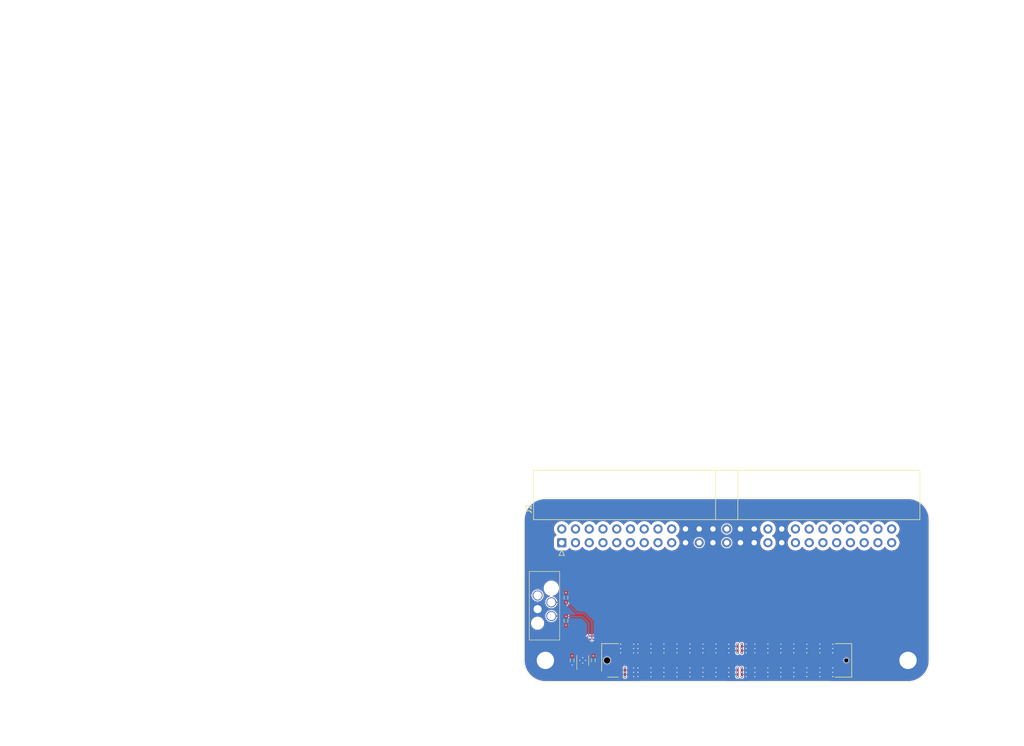
<source format=kicad_pcb>
(kicad_pcb (version 20240108) (generator "pcbnew") (generator_version "8.0")
  (title_block (title "Squishy - SCSI LVD/MSE/SE IDC 50 Connector Module") (date "2024-09-17") (rev "1") (company "Shrine Maiden Heavy Industries") (comment 1 "License: CERN-OHL-S") (comment 2 "© 2024 Aki 'lethalbit' Van Ness, et. al.") (comment 3 "No warranty expressed or implied") (comment 4 "Squishy - SCSI Multitool"))
  (layers (0 "F.Cu" signal) (1 "In1.Cu" signal) (2 "In2.Cu" signal) (3 "In3.Cu" signal) (4 "In4.Cu" signal) (31 "B.Cu" signal) (34 "B.Paste" user) (35 "F.Paste" user) (36 "B.SilkS" user "B.Silkscreen") (37 "F.SilkS" user "F.Silkscreen") (38 "B.Mask" user) (39 "F.Mask" user) (44 "Edge.Cuts" user))
  (net 0 "")
  (net 1 "GND")
  (net 4 "/PHY.ID_SCL")
  (net 5 "+3V3")
  (net 6 "/PHY.ID_SDA")
  (net 7 "/CON.DP14+")
  (net 8 "/CON.C{slash}D+")
  (net 9 "/CON.DB10-")
  (net 10 "/CON.DB4-")
  (net 11 "/CON.ACK+")
  (net 12 "/CON.TERMPWR")
  (net 13 "/CON.DP1+")
  (net 14 "/CON.BSY-")
  (net 15 "/CON.RST-")
  (net 16 "/CON.DB2-")
  (net 17 "/CON.BSY+")
  (net 18 "/CON.DB5+")
  (net 19 "/CON.ATN-")
  (net 20 "/CON.DP0+")
  (net 21 "/CON.SEL+")
  (net 22 "/CON.ATN+")
  (net 23 "/CON.DB9-")
  (net 24 "/CON.SEL-")
  (net 25 "/CON.DB9+")
  (net 26 "/CON.DB0-")
  (net 27 "/CON.DB11+")
  (net 28 "/CON.DB7+")
  (net 29 "/CON.DP1-")
  (net 30 "/CON.DB5-")
  (net 31 "/CON.REQ-")
  (net 32 "/CON.DB1-")
  (net 33 "/CON.DB13+")
  (net 34 "/CON.REQ+")
  (net 35 "/CON.DB3-")
  (net 36 "/CON.DB8+")
  (net 37 "/CON.DB13-")
  (net 38 "/CON.DB15-")
  (net 39 "/CON.MSG+")
  (net 40 "/CON.DB11-")
  (net 41 "/CON.DP12+")
  (net 42 "/CON.DB3+")
  (net 43 "/CON.ACK-")
  (net 44 "/CON.DIFFSENSE")
  (net 45 "/CON.I{slash}O+")
  (net 46 "/CON.I{slash}O-")
  (net 47 "/CON.DB4+")
  (net 48 "/CON.DB15+")
  (net 49 "/CON.DB6-")
  (net 50 "/CON.DP14-")
  (net 51 "/CON.RST+")
  (net 52 "/CON.DB8-")
  (net 53 "/CON.DB10+")
  (net 54 "/CON.MSG-")
  (net 55 "/CON.DB6+")
  (net 56 "/CON.C{slash}D-")
  (net 57 "/CON.DB7-")
  (net 58 "/CON.DP12-")
  (net 59 "/CON.DB1+")
  (net 60 "/CON.DP0-")
  (net 61 "/CON.DB2+")
  (net 62 "/CON.DB0+")
  (net 63 "Net-(U1-E0)")
  (footprint "lethalbit-connectors:1014457-10x80xLF" (layer "F.Cu") (at 147.5 136 180)
    (property "Reference" "J1" (hide yes))
    (property "Value" "SCSI PHY Mezz")
    (fp_line (start 23.100001 3.1) (end 23.1 -2) (stroke (width 0.12)) (layer "F.SilkS"))
    (fp_line (start 23.100001 3.1) (end 20.000001 3.1) (stroke (width 0.12)) (layer "F.SilkS"))
    (fp_line (start 22 -3.1) (end 20.000001 -3.1) (stroke (width 0.12)) (layer "F.SilkS"))
    (fp_line (start -20.000001 3.1) (end -23.100001 3.1) (stroke (width 0.12)) (layer "F.SilkS"))
    (fp_line (start -20.000001 -3.1) (end -23.100001 -3.1) (stroke (width 0.12)) (layer "F.SilkS"))
    (fp_line (start -23.100001 3.1) (end -23.100001 -3.1) (stroke (width 0.12)) (layer "F.SilkS"))
    (pad "" np_thru_hole circle (at -22.1 0 180) (size 0.8 0.8) (drill 0.8) (layers "*.Mask"))
    (pad "" np_thru_hole circle (at 22.1 0 180) (size 1.2 1.2) (drill 1.2) (layers "*.Mask"))
    (pad "1" smd roundrect (at 19.6 -2.2 180) (size 0.4 2) (layers "F.Cu" "F.Paste" "F.Mask") (net 1 "GND"))
    (pad "2" smd roundrect (at 19.6 2.2 180) (size 0.4 2) (layers "F.Cu" "F.Paste" "F.Mask") (net 1 "GND"))
    (pad "3" smd roundrect (at 18.8 -2.199999 180) (size 0.4 2) (layers "F.Cu" "F.Paste" "F.Mask") (net 5 "+3V3"))
    (pad "4" smd roundrect (at 18.8 2.199999 180) (size 0.4 2) (layers "F.Cu" "F.Paste" "F.Mask") (net 6 "/PHY.ID_SDA"))
    (pad "5" smd roundrect (at 18 -2.2 180) (size 0.4 2) (layers "F.Cu" "F.Paste" "F.Mask"))
    (pad "6" smd roundrect (at 18 2.2 180) (size 0.4 2) (layers "F.Cu" "F.Paste" "F.Mask") (net 4 "/PHY.ID_SCL"))
    (pad "7" smd roundrect (at 17.200001 -2.2 180) (size 0.4 2) (layers "F.Cu" "F.Paste" "F.Mask") (net 1 "GND"))
    (pad "8" smd roundrect (at 17.200001 2.2 180) (size 0.4 2) (layers "F.Cu" "F.Paste" "F.Mask") (net 1 "GND"))
    (pad "9" smd roundrect (at 16.4 -2.2 180) (size 0.4 2) (layers "F.Cu" "F.Paste" "F.Mask") (net 1 "GND"))
    (pad "10" smd roundrect (at 16.4 2.2 180) (size 0.4 2) (layers "F.Cu" "F.Paste" "F.Mask") (net 1 "GND"))
    (pad "11" smd roundrect (at 15.6 -2.2 180) (size 0.4 2) (layers "F.Cu" "F.Paste" "F.Mask") (net 41 "/CON.DP12+"))
    (pad "12" smd roundrect (at 15.6 2.2 180) (size 0.4 2) (layers "F.Cu" "F.Paste" "F.Mask") (net 58 "/CON.DP12-"))
    (pad "13" smd roundrect (at 14.799999 -2.2 180) (size 0.4 2) (layers "F.Cu" "F.Paste" "F.Mask") (net 33 "/CON.DB13+"))
    (pad "14" smd roundrect (at 14.799999 2.2 180) (size 0.4 2) (layers "F.Cu" "F.Paste" "F.Mask") (net 37 "/CON.DB13-"))
    (pad "15" smd roundrect (at 14 -2.2 180) (size 0.4 2) (layers "F.Cu" "F.Paste" "F.Mask") (net 1 "GND"))
    (pad "16" smd roundrect (at 14 2.2 180) (size 0.4 2) (layers "F.Cu" "F.Paste" "F.Mask") (net 1 "GND"))
    (pad "17" smd roundrect (at 13.2 -2.199999 180) (size 0.4 2) (layers "F.Cu" "F.Paste" "F.Mask") (net 7 "/CON.DP14+"))
    (pad "18" smd roundrect (at 13.2 2.199999 180) (size 0.4 2) (layers "F.Cu" "F.Paste" "F.Mask") (net 50 "/CON.DP14-"))
    (pad "19" smd roundrect (at 12.4 -2.2 180) (size 0.4 2) (layers "F.Cu" "F.Paste" "F.Mask") (net 48 "/CON.DB15+"))
    (pad "20" smd roundrect (at 12.4 2.2 180) (size 0.4 2) (layers "F.Cu" "F.Paste" "F.Mask") (net 38 "/CON.DB15-"))
    (pad "21" smd roundrect (at 11.6 -2.2 180) (size 0.4 2) (layers "F.Cu" "F.Paste" "F.Mask") (net 1 "GND"))
    (pad "22" smd roundrect (at 11.6 2.2 180) (size 0.4 2) (layers "F.Cu" "F.Paste" "F.Mask") (net 1 "GND"))
    (pad "23" smd roundrect (at 10.8 -2.2 180) (size 0.4 2) (layers "F.Cu" "F.Paste" "F.Mask") (net 13 "/CON.DP1+"))
    (pad "24" smd roundrect (at 10.8 2.2 180) (size 0.4 2) (layers "F.Cu" "F.Paste" "F.Mask") (net 29 "/CON.DP1-"))
    (pad "25" smd roundrect (at 10 -2.2 180) (size 0.4 2) (layers "F.Cu" "F.Paste" "F.Mask") (net 62 "/CON.DB0+"))
    (pad "26" smd roundrect (at 10 2.2 180) (size 0.4 2) (layers "F.Cu" "F.Paste" "F.Mask") (net 26 "/CON.DB0-"))
    (pad "27" smd roundrect (at 9.199999 -2.2 180) (size 0.4 2) (layers "F.Cu" "F.Paste" "F.Mask") (net 1 "GND"))
    (pad "28" smd roundrect (at 9.199999 2.2 180) (size 0.4 2) (layers "F.Cu" "F.Paste" "F.Mask") (net 1 "GND"))
    (pad "29" smd roundrect (at 8.4 -2.2 180) (size 0.4 2) (layers "F.Cu" "F.Paste" "F.Mask") (net 59 "/CON.DB1+"))
    (pad "30" smd roundrect (at 8.4 2.2 180) (size 0.4 2) (layers "F.Cu" "F.Paste" "F.Mask") (net 32 "/CON.DB1-"))
    (pad "31" smd roundrect (at 7.6 -2.199999 180) (size 0.4 2) (layers "F.Cu" "F.Paste" "F.Mask") (net 61 "/CON.DB2+"))
    (pad "32" smd roundrect (at 7.6 2.199999 180) (size 0.4 2) (layers "F.Cu" "F.Paste" "F.Mask") (net 16 "/CON.DB2-"))
    (pad "33" smd roundrect (at 6.8 -2.2 180) (size 0.4 2) (layers "F.Cu" "F.Paste" "F.Mask") (net 1 "GND"))
    (pad "34" smd roundrect (at 6.8 2.2 180) (size 0.4 2) (layers "F.Cu" "F.Paste" "F.Mask") (net 1 "GND"))
    (pad "35" smd roundrect (at 6 -2.2 180) (size 0.4 2) (layers "F.Cu" "F.Paste" "F.Mask") (net 42 "/CON.DB3+"))
    (pad "36" smd roundrect (at 6 2.2 180) (size 0.4 2) (layers "F.Cu" "F.Paste" "F.Mask") (net 35 "/CON.DB3-"))
    (pad "37" smd roundrect (at 5.2 -2.2 180) (size 0.4 2) (layers "F.Cu" "F.Paste" "F.Mask") (net 47 "/CON.DB4+"))
    (pad "38" smd roundrect (at 5.2 2.2 180) (size 0.4 2) (layers "F.Cu" "F.Paste" "F.Mask") (net 10 "/CON.DB4-"))
    (pad "39" smd roundrect (at 4.4 -2.2 180) (size 0.4 2) (layers "F.Cu" "F.Paste" "F.Mask") (net 1 "GND"))
    (pad "40" smd roundrect (at 4.4 2.2 180) (size 0.4 2) (layers "F.Cu" "F.Paste" "F.Mask") (net 1 "GND"))
    (pad "41" smd roundrect (at 3.599999 -2.2 180) (size 0.4 2) (layers "F.Cu" "F.Paste" "F.Mask") (net 18 "/CON.DB5+"))
    (pad "42" smd roundrect (at 3.599999 2.2 180) (size 0.4 2) (layers "F.Cu" "F.Paste" "F.Mask") (net 30 "/CON.DB5-"))
    (pad "43" smd roundrect (at 2.8 -2.2 180) (size 0.4 2) (layers "F.Cu" "F.Paste" "F.Mask") (net 55 "/CON.DB6+"))
    (pad "44" smd roundrect (at 2.8 2.2 180) (size 0.4 2) (layers "F.Cu" "F.Paste" "F.Mask") (net 49 "/CON.DB6-"))
    (pad "45" smd roundrect (at 2 -2.199999 180) (size 0.4 2) (layers "F.Cu" "F.Paste" "F.Mask") (net 1 "GND"))
    (pad "46" smd roundrect (at 2 2.199999 180) (size 0.4 2) (layers "F.Cu" "F.Paste" "F.Mask") (net 1 "GND"))
    (pad "47" smd roundrect (at 1.2 -2.2 180) (size 0.4 2) (layers "F.Cu" "F.Paste" "F.Mask") (net 28 "/CON.DB7+"))
    (pad "48" smd roundrect (at 1.2 2.2 180) (size 0.4 2) (layers "F.Cu" "F.Paste" "F.Mask") (net 57 "/CON.DB7-"))
    (pad "49" smd roundrect (at 0.4 -2.2 180) (size 0.4 2) (layers "F.Cu" "F.Paste" "F.Mask") (net 20 "/CON.DP0+"))
    (pad "50" smd roundrect (at 0.4 2.2 180) (size 0.4 2) (layers "F.Cu" "F.Paste" "F.Mask") (net 60 "/CON.DP0-"))
    (pad "51" smd roundrect (at -0.4 -2.2 180) (size 0.4 2) (layers "F.Cu" "F.Paste" "F.Mask") (net 1 "GND"))
    (pad "52" smd roundrect (at -0.4 2.2 180) (size 0.4 2) (layers "F.Cu" "F.Paste" "F.Mask") (net 1 "GND"))
    (pad "53" smd roundrect (at -1.2 -2.2 180) (size 0.4 2) (layers "F.Cu" "F.Paste" "F.Mask") (net 44 "/CON.DIFFSENSE"))
    (pad "54" smd roundrect (at -1.2 2.2 180) (size 0.4 2) (layers "F.Cu" "F.Paste" "F.Mask"))
    (pad "55" smd roundrect (at -2 -2.199999 180) (size 0.4 2) (layers "F.Cu" "F.Paste" "F.Mask") (net 12 "/CON.TERMPWR"))
    (pad "56" smd roundrect (at -2 2.199999 180) (size 0.4 2) (layers "F.Cu" "F.Paste" "F.Mask") (net 12 "/CON.TERMPWR"))
    (pad "57" smd roundrect (at -2.8 -2.2 180) (size 0.4 2) (layers "F.Cu" "F.Paste" "F.Mask") (net 12 "/CON.TERMPWR"))
    (pad "58" smd roundrect (at -2.8 2.2 180) (size 0.4 2) (layers "F.Cu" "F.Paste" "F.Mask") (net 12 "/CON.TERMPWR"))
    (pad "59" smd roundrect (at -3.599999 -2.2 180) (size 0.4 2) (layers "F.Cu" "F.Paste" "F.Mask") (net 1 "GND"))
    (pad "60" smd roundrect (at -3.599999 2.2 180) (size 0.4 2) (layers "F.Cu" "F.Paste" "F.Mask") (net 1 "GND"))
    (pad "61" smd roundrect (at -4.4 -2.2 180) (size 0.4 2) (layers "F.Cu" "F.Paste" "F.Mask") (net 22 "/CON.ATN+"))
    (pad "62" smd roundrect (at -4.4 2.2 180) (size 0.4 2) (layers "F.Cu" "F.Paste" "F.Mask") (net 19 "/CON.ATN-"))
    (pad "63" smd roundrect (at -5.2 -2.2 180) (size 0.4 2) (layers "F.Cu" "F.Paste" "F.Mask") (net 1 "GND"))
    (pad "64" smd roundrect (at -5.2 2.2 180) (size 0.4 2) (layers "F.Cu" "F.Paste" "F.Mask") (net 1 "GND"))
    (pad "65" smd roundrect (at -6 -2.2 180) (size 0.4 2) (layers "F.Cu" "F.Paste" "F.Mask") (net 17 "/CON.BSY+"))
    (pad "66" smd roundrect (at -6 2.2 180) (size 0.4 2) (layers "F.Cu" "F.Paste" "F.Mask") (net 14 "/CON.BSY-"))
    (pad "67" smd roundrect (at -6.8 -2.2 180) (size 0.4 2) (layers "F.Cu" "F.Paste" "F.Mask") (net 11 "/CON.ACK+"))
    (pad "68" smd roundrect (at -6.8 2.2 180) (size 0.4 2) (layers "F.Cu" "F.Paste" "F.Mask") (net 43 "/CON.ACK-"))
    (pad "69" smd roundrect (at -7.6 -2.199999 180) (size 0.4 2) (layers "F.Cu" "F.Paste" "F.Mask") (net 1 "GND"))
    (pad "70" smd roundrect (at -7.6 2.199999 180) (size 0.4 2) (layers "F.Cu" "F.Paste" "F.Mask") (net 1 "GND"))
    (pad "71" smd roundrect (at -8.4 -2.2 180) (size 0.4 2) (layers "F.Cu" "F.Paste" "F.Mask") (net 51 "/CON.RST+"))
    (pad "72" smd roundrect (at -8.4 2.2 180) (size 0.4 2) (layers "F.Cu" "F.Paste" "F.Mask") (net 15 "/CON.RST-"))
    (pad "73" smd roundrect (at -9.199999 -2.2 180) (size 0.4 2) (layers "F.Cu" "F.Paste" "F.Mask") (net 39 "/CON.MSG+"))
    (pad "74" smd roundrect (at -9.199999 2.2 180) (size 0.4 2) (layers "F.Cu" "F.Paste" "F.Mask") (net 54 "/CON.MSG-"))
    (pad "75" smd roundrect (at -10 -2.2 180) (size 0.4 2) (layers "F.Cu" "F.Paste" "F.Mask") (net 1 "GND"))
    (pad "76" smd roundrect (at -10 2.2 180) (size 0.4 2) (layers "F.Cu" "F.Paste" "F.Mask") (net 1 "GND"))
    (pad "77" smd roundrect (at -10.8 -2.2 180) (size 0.4 2) (layers "F.Cu" "F.Paste" "F.Mask") (net 21 "/CON.SEL+"))
    (pad "78" smd roundrect (at -10.8 2.2 180) (size 0.4 2) (layers "F.Cu" "F.Paste" "F.Mask") (net 24 "/CON.SEL-"))
    (pad "79" smd roundrect (at -11.6 -2.2 180) (size 0.4 2) (layers "F.Cu" "F.Paste" "F.Mask") (net 8 "/CON.C{slash}D+"))
    (pad "80" smd roundrect (at -11.6 2.2 180) (size 0.4 2) (layers "F.Cu" "F.Paste" "F.Mask") (net 56 "/CON.C{slash}D-"))
    (pad "81" smd roundrect (at -12.4 -2.2 180) (size 0.4 2) (layers "F.Cu" "F.Paste" "F.Mask") (net 1 "GND"))
    (pad "82" smd roundrect (at -12.4 2.2 180) (size 0.4 2) (layers "F.Cu" "F.Paste" "F.Mask") (net 1 "GND"))
    (pad "83" smd roundrect (at -13.2 -2.199999 180) (size 0.4 2) (layers "F.Cu" "F.Paste" "F.Mask") (net 34 "/CON.REQ+"))
    (pad "84" smd roundrect (at -13.2 2.199999 180) (size 0.4 2) (layers "F.Cu" "F.Paste" "F.Mask") (net 31 "/CON.REQ-"))
    (pad "85" smd roundrect (at -14 -2.2 180) (size 0.4 2) (layers "F.Cu" "F.Paste" "F.Mask") (net 45 "/CON.I{slash}O+"))
    (pad "86" smd roundrect (at -14 2.2 180) (size 0.4 2) (layers "F.Cu" "F.Paste" "F.Mask") (net 46 "/CON.I{slash}O-"))
    (pad "87" smd roundrect (at -14.799999 -2.2 180) (size 0.4 2) (layers "F.Cu" "F.Paste" "F.Mask") (net 1 "GND"))
    (pad "88" smd roundrect (at -14.799999 2.2 180) (size 0.4 2) (layers "F.Cu" "F.Paste" "F.Mask") (net 1 "GND"))
    (pad "89" smd roundrect (at -15.6 -2.2 180) (size 0.4 2) (layers "F.Cu" "F.Paste" "F.Mask") (net 36 "/CON.DB8+"))
    (pad "90" smd roundrect (at -15.6 2.2 180) (size 0.4 2) (layers "F.Cu" "F.Paste" "F.Mask") (net 52 "/CON.DB8-"))
    (pad "91" smd roundrect (at -16.4 -2.2 180) (size 0.4 2) (layers "F.Cu" "F.Paste" "F.Mask") (net 25 "/CON.DB9+"))
    (pad "92" smd roundrect (at -16.4 2.2 180) (size 0.4 2) (layers "F.Cu" "F.Paste" "F.Mask") (net 23 "/CON.DB9-"))
    (pad "93" smd roundrect (at -17.200001 -2.2 180) (size 0.4 2) (layers "F.Cu" "F.Paste" "F.Mask") (net 1 "GND"))
    (pad "94" smd roundrect (at -17.200001 2.2 180) (size 0.4 2) (layers "F.Cu" "F.Paste" "F.Mask") (net 1 "GND"))
    (pad "95" smd roundrect (at -18 -2.2 180) (size 0.4 2) (layers "F.Cu" "F.Paste" "F.Mask") (net 53 "/CON.DB10+"))
    (pad "96" smd roundrect (at -18 2.2 180) (size 0.4 2) (layers "F.Cu" "F.Paste" "F.Mask") (net 9 "/CON.DB10-"))
    (pad "97" smd roundrect (at -18.8 -2.199999 180) (size 0.4 2) (layers "F.Cu" "F.Paste" "F.Mask") (net 27 "/CON.DB11+"))
    (pad "98" smd roundrect (at -18.8 2.199999 180) (size 0.4 2) (layers "F.Cu" "F.Paste" "F.Mask") (net 40 "/CON.DB11-"))
    (pad "99" smd roundrect (at -19.6 -2.2 180) (size 0.4 2) (layers "F.Cu" "F.Paste" "F.Mask") (net 1 "GND"))
    (pad "100" smd roundrect (at -19.6 2.2 180) (size 0.4 2) (layers "F.Cu" "F.Paste" "F.Mask") (net 1 "GND"))
  )
  (footprint "rhais_rcl:R0603" (layer "F.Cu") (at 117.8 128.7 90)
    (property "Reference" "R3")
    (property "Value" "4k7" (hide yes))
    (fp_line (start 0.3 -0.349999) (end -0.3 -0.349999) (stroke (width 0.1)) (layer "F.SilkS"))
    (fp_line (start -0.3 0.349999) (end 0.3 0.349999) (stroke (width 0.1)) (layer "F.SilkS"))
    (pad "1" smd roundrect (at -0.85 0 90) (size 0.9 0.8) (layers "F.Cu" "F.Paste" "F.Mask") (net 5 "+3V3"))
    (pad "2" smd roundrect (at 0.85 0 90) (size 0.9 0.8) (layers "F.Cu" "F.Paste" "F.Mask") (net 4 "/PHY.ID_SCL"))
  )
  (footprint "rhais_rcl:R0603" (layer "F.Cu") (at 117.8 124.4 -90)
    (property "Reference" "R2")
    (property "Value" "4k7" (hide yes))
    (fp_line (start -0.3 0.349999) (end 0.3 0.349999) (stroke (width 0.1)) (layer "F.SilkS"))
    (fp_line (start 0.3 -0.349999) (end -0.3 -0.349999) (stroke (width 0.1)) (layer "F.SilkS"))
    (pad "1" smd roundrect (at -0.85 0 270) (size 0.9 0.8) (layers "F.Cu" "F.Paste" "F.Mask") (net 5 "+3V3"))
    (pad "2" smd roundrect (at 0.85 0 270) (size 0.9 0.8) (layers "F.Cu" "F.Paste" "F.Mask") (net 6 "/PHY.ID_SDA"))
  )
  (footprint "PCM_kikit:Tab" (layer "F.Cu") (at 185 131 180)
    (property "Reference" "REF**" (hide yes))
    (property "Value" "Tab")
  )
  (footprint "PCM_kikit:Tab" (layer "F.Cu") (at 174 140 90)
    (property "Reference" "REF**" (hide yes))
    (property "Value" "Tab")
  )
  (footprint "rhais_rcl:C0603" (layer "F.Cu") (at 118.95 136 90)
    (property "Reference" "C1")
    (property "Value" "100n" (hide yes))
    (fp_line (start -0.3 -0.349999) (end 0.3 -0.349999) (stroke (width 0.1)) (layer "F.SilkS"))
    (fp_line (start 0.3 0.349999) (end -0.3 0.349999) (stroke (width 0.1)) (layer "F.SilkS"))
    (pad "1" smd roundrect (at -0.85 0 90) (size 0.9 0.8) (layers "F.Cu" "F.Paste" "F.Mask") (net 1 "GND"))
    (pad "2" smd roundrect (at 0.85 0 90) (size 0.9 0.8) (layers "F.Cu" "F.Paste" "F.Mask") (net 5 "+3V3"))
  )
  (footprint "Connector_IDC:IDC-Header_2x25_P2.54mm_Horizontal" (layer "F.Cu") (at 117.02 114.24 90)
    (property "Reference" "J2" (at 6.215 -6.1 90) (layer "F.SilkS"))
    (property "Value" "IDC")
    (fp_line (start 13.39 -5.21) (end 13.39 66.17) (stroke (width 0.12)) (layer "F.SilkS"))
    (fp_line (start 4.27 -5.21) (end 13.39 -5.21) (stroke (width 0.12)) (layer "F.SilkS"))
    (fp_line (start -2.35 -0.499999) (end -2.35 0.499999) (stroke (width 0.12)) (layer "F.SilkS"))
    (fp_line (start -1.35 0) (end -2.35 -0.499999) (stroke (width 0.12)) (layer "F.SilkS"))
    (fp_line (start -2.35 0.499999) (end -1.35 0) (stroke (width 0.12)) (layer "F.SilkS"))
    (fp_line (start 4.27 28.43) (end 13.39 28.43) (stroke (width 0.12)) (layer "F.SilkS"))
    (fp_line (start 4.27 32.530001) (end 13.39 32.53) (stroke (width 0.12)) (layer "F.SilkS"))
    (fp_line (start 13.39 66.17) (end 4.27 66.17) (stroke (width 0.12)) (layer "F.SilkS"))
    (fp_line (start 4.27 66.17) (end 4.27 -5.21) (stroke (width 0.12)) (layer "F.SilkS"))
    (pad "1" thru_hole roundrect (at 0 0 90) (size 1.7 1.7) (drill 1) (layers "*.Cu" "*.Mask") (roundrect_rratio 0.147059) (net 62 "/CON.DB0+"))
    (pad "2" thru_hole circle (at 2.54 0 90) (size 1.7 1.7) (drill 1) (layers "*.Cu" "*.Mask") (net 26 "/CON.DB0-"))
    (pad "3" thru_hole circle (at 0 2.54 90) (size 1.7 1.7) (drill 1) (layers "*.Cu" "*.Mask") (net 59 "/CON.DB1+"))
    (pad "4" thru_hole circle (at 2.54 2.54 90) (size 1.7 1.7) (drill 1) (layers "*.Cu" "*.Mask") (net 32 "/CON.DB1-"))
    (pad "5" thru_hole circle (at 0 5.079999 90) (size 1.7 1.7) (drill 1) (layers "*.Cu" "*.Mask") (net 61 "/CON.DB2+"))
    (pad "6" thru_hole circle (at 2.54 5.08 90) (size 1.7 1.7) (drill 1) (layers "*.Cu" "*.Mask") (net 16 "/CON.DB2-"))
    (pad "7" thru_hole circle (at 0 7.62 90) (size 1.7 1.7) (drill 1) (layers "*.Cu" "*.Mask") (net 42 "/CON.DB3+"))
    (pad "8" thru_hole circle (at 2.54 7.62 90) (size 1.7 1.7) (drill 1) (layers "*.Cu" "*.Mask") (net 35 "/CON.DB3-"))
    (pad "9" thru_hole circle (at 0 10.16 90) (size 1.7 1.7) (drill 1) (layers "*.Cu" "*.Mask") (net 47 "/CON.DB4+"))
    (pad "10" thru_hole circle (at 2.54 10.16 90) (size 1.7 1.7) (drill 1) (layers "*.Cu" "*.Mask") (net 10 "/CON.DB4-"))
    (pad "11" thru_hole circle (at 0 12.7 90) (size 1.7 1.7) (drill 1) (layers "*.Cu" "*.Mask") (net 18 "/CON.DB5+"))
    (pad "12" thru_hole circle (at 2.54 12.7 90) (size 1.7 1.7) (drill 1) (layers "*.Cu" "*.Mask") (net 30 "/CON.DB5-"))
    (pad "13" thru_hole circle (at 0 15.24 90) (size 1.7 1.7) (drill 1) (layers "*.Cu" "*.Mask") (net 55 "/CON.DB6+"))
    (pad "14" thru_hole circle (at 2.54 15.24 90) (size 1.7 1.7) (drill 1) (layers "*.Cu" "*.Mask") (net 49 "/CON.DB6-"))
    (pad "15" thru_hole circle (at 0 17.780001 90) (size 1.7 1.7) (drill 1) (layers "*.Cu" "*.Mask") (net 28 "/CON.DB7+"))
    (pad "16" thru_hole circle (at 2.54 17.78 90) (size 1.7 1.7) (drill 1) (layers "*.Cu" "*.Mask") (net 57 "/CON.DB7-"))
    (pad "17" thru_hole circle (at 0 20.32 90) (size 1.7 1.7) (drill 1) (layers "*.Cu" "*.Mask") (net 20 "/CON.DP0+"))
    (pad "18" thru_hole circle (at 2.54 20.32 90) (size 1.7 1.7) (drill 1) (layers "*.Cu" "*.Mask") (net 60 "/CON.DP0-"))
    (pad "19" thru_hole circle (at 0 22.86 90) (size 1.7 1.7) (drill 1) (layers "*.Cu" "*.Mask") (net 1 "GND"))
    (pad "20" thru_hole circle (at 2.54 22.86 90) (size 1.7 1.7) (drill 1) (layers "*.Cu" "*.Mask") (net 1 "GND"))
    (pad "21" thru_hole circle (at 0 25.4 90) (size 1.7 1.7) (drill 1) (layers "*.Cu" "*.Mask") (net 44 "/CON.DIFFSENSE"))
    (pad "22" thru_hole circle (at 2.54 25.4 90) (size 1.7 1.7) (drill 1) (layers "*.Cu" "*.Mask") (net 1 "GND"))
    (pad "23" thru_hole circle (at 0 27.939999 90) (size 1.7 1.7) (drill 1) (layers "*.Cu" "*.Mask") (net 1 "GND"))
    (pad "24" thru_hole circle (at 2.54 27.94 90) (size 1.7 1.7) (drill 1) (layers "*.Cu" "*.Mask") (net 1 "GND"))
    (pad "25" thru_hole circle (at 0 30.48 90) (size 1.7 1.7) (drill 1) (layers "*.Cu" "*.Mask"))
    (pad "26" thru_hole circle (at 2.54 30.48 90) (size 1.7 1.7) (drill 1) (layers "*.Cu" "*.Mask") (net 12 "/CON.TERMPWR"))
    (pad "27" thru_hole circle (at 0 33.02 90) (size 1.7 1.7) (drill 1) (layers "*.Cu" "*.Mask") (net 1 "GND"))
    (pad "28" thru_hole circle (at 2.54 33.02 90) (size 1.7 1.7) (drill 1) (layers "*.Cu" "*.Mask") (net 1 "GND"))
    (pad "29" thru_hole circle (at 0 35.56 90) (size 1.7 1.7) (drill 1) (layers "*.Cu" "*.Mask") (net 1 "GND"))
    (pad "30" thru_hole circle (at 2.54 35.56 90) (size 1.7 1.7) (drill 1) (layers "*.Cu" "*.Mask") (net 1 "GND"))
    (pad "31" thru_hole circle (at 0 38.099999 90) (size 1.7 1.7) (drill 1) (layers "*.Cu" "*.Mask") (net 22 "/CON.ATN+"))
    (pad "32" thru_hole circle (at 2.54 38.1 90) (size 1.7 1.7) (drill 1) (layers "*.Cu" "*.Mask") (net 19 "/CON.ATN-"))
    (pad "33" thru_hole circle (at 0 40.640001 90) (size 1.7 1.7) (drill 1) (layers "*.Cu" "*.Mask") (net 1 "GND"))
    (pad "34" thru_hole circle (at 2.54 40.64 90) (size 1.7 1.7) (drill 1) (layers "*.Cu" "*.Mask") (net 1 "GND"))
    (pad "35" thru_hole circle (at 0 43.18 90) (size 1.7 1.7) (drill 1) (layers "*.Cu" "*.Mask") (net 17 "/CON.BSY+"))
    (pad "36" thru_hole circle (at 2.54 43.18 90) (size 1.7 1.7) (drill 1) (layers "*.Cu" "*.Mask") (net 14 "/CON.BSY-"))
    (pad "37" thru_hole circle (at 0 45.72 90) (size 1.7 1.7) (drill 1) (layers "*.Cu" "*.Mask") (net 11 "/CON.ACK+"))
    (pad "38" thru_hole circle (at 2.54 45.72 90) (size 1.7 1.7) (drill 1) (layers "*.Cu" "*.Mask") (net 43 "/CON.ACK-"))
    (pad "39" thru_hole circle (at 0 48.26 90) (size 1.7 1.7) (drill 1) (layers "*.Cu" "*.Mask") (net 51 "/CON.RST+"))
    (pad "40" thru_hole circle (at 2.54 48.26 90) (size 1.7 1.7) (drill 1) (layers "*.Cu" "*.Mask") (net 15 "/CON.RST-"))
    (pad "41" thru_hole circle (at 0 50.799999 90) (size 1.7 1.7) (drill 1) (layers "*.Cu" "*.Mask") (net 39 "/CON.MSG+"))
    (pad "42" thru_hole circle (at 2.54 50.8 90) (size 1.7 1.7) (drill 1) (layers "*.Cu" "*.Mask") (net 54 "/CON.MSG-"))
    (pad "43" thru_hole circle (at 0 53.34 90) (size 1.7 1.7) (drill 1) (layers "*.Cu" "*.Mask") (net 21 "/CON.SEL+"))
    (pad "44" thru_hole circle (at 2.54 53.34 90) (size 1.7 1.7) (drill 1) (layers "*.Cu" "*.Mask") (net 24 "/CON.SEL-"))
    (pad "45" thru_hole circle (at 0 55.88 90) (size 1.7 1.7) (drill 1) (layers "*.Cu" "*.Mask") (net 8 "/CON.C{slash}D+"))
    (pad "46" thru_hole circle (at 2.54 55.88 90) (size 1.7 1.7) (drill 1) (layers "*.Cu" "*.Mask") (net 56 "/CON.C{slash}D-"))
    (pad "47" thru_hole circle (at 0 58.42 90) (size 1.7 1.7) (drill 1) (layers "*.Cu" "*.Mask") (net 34 "/CON.REQ+"))
    (pad "48" thru_hole circle (at 2.54 58.42 90) (size 1.7 1.7) (drill 1) (layers "*.Cu" "*.Mask") (net 31 "/CON.REQ-"))
    (pad "49" thru_hole circle (at 0 60.959999 90) (size 1.7 1.7) (drill 1) (layers "*.Cu" "*.Mask") (net 45 "/CON.I{slash}O+"))
    (pad "50" thru_hole circle (at 2.54 60.96 90) (size 1.7 1.7) (drill 1) (layers "*.Cu" "*.Mask") (net 46 "/CON.I{slash}O-"))
  )
  (footprint "PCM_kikit:Tab" (layer "F.Cu") (at 121 106 -90)
    (property "Reference" "REF**" (hide yes))
    (property "Value" "Tab")
  )
  (footprint "MountingHole:MountingHole_3.2mm_M3_Pad" (layer "F.Cu") (at 181 136)
    (property "Reference" "H4" (hide yes))
    (property "Value" "MountingHole" (hide yes))
    (pad "1" thru_hole circle (at 0 0) (size 6.4 6.4) (drill 3.2) (layers "*.Cu" "*.Mask") (net 1 "GND"))
  )
  (footprint "PCM_kikit:Tab" (layer "F.Cu") (at 110 131)
    (property "Reference" "REF**" (hide yes))
    (property "Value" "Tab")
  )
  (footprint "PCM_kikit:Tab" (layer "F.Cu") (at 174 106 -90)
    (property "Reference" "REF**" (hide yes))
    (property "Value" "Tab")
  )
  (footprint "PCM_kikit:Tab" (layer "F.Cu") (at 110 115)
    (property "Reference" "REF**" (hide yes))
    (property "Value" "Tab")
  )
  (footprint "PCM_kikit:Tab" (layer "F.Cu") (at 185 115 180)
    (property "Reference" "REF**" (hide yes))
    (property "Value" "Tab")
  )
  (footprint "rhais_rcl:R0603" (layer "F.Cu") (at 122.85 136 90)
    (property "Reference" "R1")
    (property "Value" "10k" (hide yes))
    (fp_line (start 0.3 -0.349999) (end -0.3 -0.349999) (stroke (width 0.1)) (layer "F.SilkS"))
    (fp_line (start -0.3 0.349999) (end 0.3 0.349999) (stroke (width 0.1)) (layer "F.SilkS"))
    (pad "1" smd roundrect (at -0.85 0 90) (size 0.9 0.8) (layers "F.Cu" "F.Paste" "F.Mask") (net 63 "Net-(U1-E0)"))
    (pad "2" smd roundrect (at 0.85 0 90) (size 0.9 0.8) (layers "F.Cu" "F.Paste" "F.Mask") (net 5 "+3V3"))
  )
  (footprint "lethalbit-memory:ST_UFDFPN-8-1EP_2x3mm_P0.5mm_EP1.6x1.6mm" (layer "F.Cu") (at 120.9 136 90)
    (property "Reference" "U1")
    (property "Value" "M24C02-RMC" (hide yes))
    (fp_line (start -1.7 -1.1) (end 0.95 -1.1) (stroke (width 0.1)) (layer "F.SilkS"))
    (fp_line (start 0.95 1.1) (end -0.95 1.1) (stroke (width 0.1)) (layer "F.SilkS"))
    (pad "1" smd roundrect (at -1.4 -0.750001 90) (size 0.6 0.3) (layers "F.Cu" "F.Paste" "F.Mask") (roundrect_rratio 0.15625) (net 63 "Net-(U1-E0)"))
    (pad "2" smd roundrect (at -1.4 -0.25 90) (size 0.6 0.3) (layers "F.Cu" "F.Paste" "F.Mask") (roundrect_rratio 0.15625) (net 63 "Net-(U1-E0)"))
    (pad "3" smd roundrect (at -1.4 0.25 90) (size 0.6 0.3) (layers "F.Cu" "F.Paste" "F.Mask") (roundrect_rratio 0.15625) (net 1 "GND"))
    (pad "4" smd roundrect (at -1.4 0.750001 90) (size 0.6 0.3) (layers "F.Cu" "F.Paste" "F.Mask") (roundrect_rratio 0.15625) (net 1 "GND"))
    (pad "5" smd roundrect (at 1.4 0.750001 90) (size 0.6 0.3) (layers "F.Cu" "F.Paste" "F.Mask") (roundrect_rratio 0.15625) (net 6 "/PHY.ID_SDA"))
    (pad "6" smd roundrect (at 1.4 0.25 90) (size 0.6 0.3) (layers "F.Cu" "F.Paste" "F.Mask") (roundrect_rratio 0.15625) (net 4 "/PHY.ID_SCL"))
    (pad "7" smd roundrect (at 1.4 -0.25 90) (size 0.6 0.3) (layers "F.Cu" "F.Paste" "F.Mask") (roundrect_rratio 0.15625) (net 1 "GND"))
    (pad "8" smd roundrect (at 1.4 -0.750001 90) (size 0.6 0.3) (layers "F.Cu" "F.Paste" "F.Mask") (roundrect_rratio 0.15625) (net 5 "+3V3"))
    (pad "EP" smd roundrect (at 0 0 90) (size 1.6 1.6) (layers "F.Cu" "F.Mask") (roundrect_rratio 0.15625) (net 1 "GND"))
  )
  (footprint "pkl_connectors_wuerth:490107670412-d" (layer "F.Cu") (at 112.56 123.99 90)
    (property "Reference" "J3")
    (property "Value" "Conn_01x04")
    (fp_poly (pts (xy 4.43 -1.529999) (xy -8.24 -1.529999) (xy -8.239999 4.07) (xy 4.43 4.070001)) (stroke (width 0.1)) (fill none) (layer "F.SilkS"))
    (pad "" np_thru_hole circle (at -5.14 0 90) (size 2.2 2.2) (drill 2.2) (layers "F&B.Cu" "*.Mask"))
    (pad "" np_thru_hole circle (at 1.33 2.54 90) (size 2.6 2.6) (drill 2.6) (layers "F&B.Cu" "*.Mask"))
    (pad "1" thru_hole circle (at 0 0 90) (size 1.85 1.85) (drill 1.5) (layers "*.Cu" "*.Mask") (net 5 "+3V3"))
    (pad "2" thru_hole circle (at -1.27 2.54 90) (size 1.85 1.85) (drill 1.5) (layers "*.Cu" "*.Mask") (net 6 "/PHY.ID_SDA"))
    (pad "3" thru_hole circle (at -2.54 0 90) (size 1.85 1.85) (drill 1.5) (layers "*.Cu" "*.Mask") (net 1 "GND"))
    (pad "4" thru_hole circle (at -3.81 2.54 90) (size 1.85 1.85) (drill 1.5) (layers "*.Cu" "*.Mask") (net 4 "/PHY.ID_SCL"))
  )
  (footprint "MountingHole:MountingHole_3.2mm_M3_Pad" (layer "F.Cu") (at 114 136)
    (property "Reference" "H3" (hide yes))
    (property "Value" "MountingHole" (hide yes))
    (pad "1" thru_hole circle (at 0 0) (size 6.4 6.4) (drill 3.2) (layers "*.Cu" "*.Mask") (net 1 "GND"))
  )
  (footprint "PCM_kikit:Tab" (layer "F.Cu") (at 121 140 90)
    (property "Reference" "REF**" (hide yes))
    (property "Value" "Tab")
  )
  (gr_line (start 181 106) (end 114 106) (stroke (width 0.05)) (layer "Edge.Cuts"))
  (gr_line (start 114 140) (end 181 140) (stroke (width 0.05)) (layer "Edge.Cuts"))
  (gr_arc (start 110 110) (mid 111.171573 107.171573) (end 114 106) (stroke (width 0.05)) (layer "Edge.Cuts"))
  (gr_line (start 185 136) (end 185 110) (stroke (width 0.05)) (layer "Edge.Cuts"))
  (gr_arc (start 185 136) (mid 183.828427 138.828427) (end 181 140) (stroke (width 0.05)) (layer "Edge.Cuts"))
  (gr_arc (start 181 106) (mid 183.828427 107.171573) (end 185 110) (stroke (width 0.05)) (layer "Edge.Cuts"))
  (gr_line (start 110 136) (end 110 110) (stroke (width 0.05)) (layer "Edge.Cuts"))
  (gr_arc (start 114 140) (mid 111.171573 138.828427) (end 110 136) (stroke (width 0.05)) (layer "Edge.Cuts"))
  (via (at 164.7 134.6) (size 0.45) (drill 0.2) (layers "F.Cu" "B.Cu") (net 1))
  (via (at 162.3 138.2) (size 0.45) (drill 0.2) (layers "F.Cu" "B.Cu") (net 1))
  (via (at 135.9 138.2) (size 0.45) (drill 0.2) (layers "F.Cu" "B.Cu") (net 1))
  (via (at 131.1 139) (size 0.45) (drill 0.2) (layers "F.Cu" "B.Cu") (net 1))
  (via (at 155.1 137.4) (size 0.45) (drill 0.2) (layers "F.Cu" "B.Cu") (net 1))
  (via (at 145.5 133.8) (size 0.45) (drill 0.2) (layers "F.Cu" "B.Cu") (net 1))
  (via (at 145.5 138.2) (size 0.45) (drill 0.2) (layers "F.Cu" "B.Cu") (net 1))
  (via (at 140.7 133) (size 0.45) (drill 0.2) (layers "F.Cu" "B.Cu") (net 1))
  (via (at 135.9 133.8) (size 0.45) (drill 0.2) (layers "F.Cu" "B.Cu") (net 1))
  (via (at 120.35 136) (size 0.45) (drill 0.2) (layers "F.Cu" "B.Cu") (net 1))
  (via (at 138.3 133.8) (size 0.45) (drill 0.2) (layers "F.Cu" "B.Cu") (net 1))
  (via (at 133.5 137.4) (size 0.45) (drill 0.2) (layers "F.Cu" "B.Cu") (net 1))
  (via (at 157.5 137.4) (size 0.45) (drill 0.2) (layers "F.Cu" "B.Cu") (net 1))
  (via (at 145.5 133) (size 0.45) (drill 0.2) (layers "F.Cu" "B.Cu") (net 1))
  (via (at 152.7 138.2) (size 0.45) (drill 0.2) (layers "F.Cu" "B.Cu") (net 1))
  (via (at 131.1 134.6) (size 0.45) (drill 0.2) (layers "F.Cu" "B.Cu") (net 1))
  (via (at 164.7 138.2) (size 0.45) (drill 0.2) (layers "F.Cu" "B.Cu") (net 1))
  (via (at 131.1 137.4) (size 0.45) (drill 0.2) (layers "F.Cu" "B.Cu") (net 1))
  (via (at 147.9 134.6) (size 0.45) (drill 0.2) (layers "F.Cu" "B.Cu") (net 1))
  (via (at 121.4 136) (size 0.45) (drill 0.2) (layers "F.Cu" "B.Cu") (net 1))
  (via (at 159.9 133) (size 0.45) (drill 0.2) (layers "F.Cu" "B.Cu") (net 1))
  (via (at 145.5 134.6) (size 0.45) (drill 0.2) (layers "F.Cu" "B.Cu") (net 1))
  (via (at 151.1 139) (size 0.45) (drill 0.2) (layers "F.Cu" "B.Cu") (net 1))
  (via (at 143.1 139) (size 0.45) (drill 0.2) (layers "F.Cu" "B.Cu") (net 1))
  (via (at 120.9 135.5) (size 0.45) (drill 0.2) (layers "F.Cu" "B.Cu") (net 1))
  (via (at 151.1 137.4) (size 0.45) (drill 0.2) (layers "F.Cu" "B.Cu") (net 1))
  (via (at 135.9 137.4) (size 0.45) (drill 0.2) (layers "F.Cu" "B.Cu") (net 1))
  (via (at 151.1 133.8) (size 0.45) (drill 0.2) (layers "F.Cu" "B.Cu") (net 1))
  (via (at 133.5 134.6) (size 0.45) (drill 0.2) (layers "F.Cu" "B.Cu") (net 1))
  (via (at 140.7 133.8) (size 0.45) (drill 0.2) (layers "F.Cu" "B.Cu") (net 1))
  (via (at 157.5 133.8) (size 0.45) (drill 0.2) (layers "F.Cu" "B.Cu") (net 1))
  (via (at 145.5 139) (size 0.45) (drill 0.2) (layers "F.Cu" "B.Cu") (net 1))
  (via (at 159.9 138.2) (size 0.45) (drill 0.2) (layers "F.Cu" "B.Cu") (net 1))
  (via (at 143.1 133) (size 0.45) (drill 0.2) (layers "F.Cu" "B.Cu") (net 1))
  (via (at 131.1 133) (size 0.45) (drill 0.2) (layers "F.Cu" "B.Cu") (net 1))
  (via (at 143.1 133.8) (size 0.45) (drill 0.2) (layers "F.Cu" "B.Cu") (net 1))
  (via (at 157.5 134.6) (size 0.45) (drill 0.2) (layers "F.Cu" "B.Cu") (net 1))
  (via (at 130.3 133.8) (size 0.45) (drill 0.2) (layers "F.Cu" "B.Cu") (net 1))
  (via (at 155.1 139) (size 0.45) (drill 0.2) (layers "F.Cu" "B.Cu") (net 1))
  (via (at 164.7 139) (size 0.45) (drill 0.2) (layers "F.Cu" "B.Cu") (net 1))
  (via (at 131.1 138.2) (size 0.45) (drill 0.2) (layers "F.Cu" "B.Cu") (net 1))
  (via (at 133.5 133.8) (size 0.45) (drill 0.2) (layers "F.Cu" "B.Cu") (net 1))
  (via (at 164.7 137.4) (size 0.45) (drill 0.2) (layers "F.Cu" "B.Cu") (net 1))
  (via (at 162.3 139) (size 0.45) (drill 0.2) (layers "F.Cu" "B.Cu") (net 1))
  (via (at 140.7 134.6) (size 0.45) (drill 0.2) (layers "F.Cu" "B.Cu") (net 1))
  (via (at 151.1 138.2) (size 0.45) (drill 0.2) (layers "F.Cu" "B.Cu") (net 1))
  (via (at 152.7 134.6) (size 0.45) (drill 0.2) (layers "F.Cu" "B.Cu") (net 1))
  (via (at 164.7 133.8) (size 0.45) (drill 0.2) (layers "F.Cu" "B.Cu") (net 1))
  (via (at 147.9 133.8) (size 0.45) (drill 0.2) (layers "F.Cu" "B.Cu") (net 1))
  (via (at 159.9 137.4) (size 0.45) (drill 0.2) (layers "F.Cu" "B.Cu") (net 1))
  (via (at 147.9 133) (size 0.45) (drill 0.2) (layers "F.Cu" "B.Cu") (net 1))
  (via (at 145.5 137.4) (size 0.45) (drill 0.2) (layers "F.Cu" "B.Cu") (net 1))
  (via (at 159.9 133.8) (size 0.45) (drill 0.2) (layers "F.Cu" "B.Cu") (net 1))
  (via (at 151.1 133) (size 0.45) (drill 0.2) (layers "F.Cu" "B.Cu") (net 1))
  (via (at 133.5 133) (size 0.45) (drill 0.2) (layers "F.Cu" "B.Cu") (net 1))
  (via (at 130.3 133) (size 0.45) (drill 0.2) (layers "F.Cu" "B.Cu") (net 1))
  (via (at 155.1 133) (size 0.45) (drill 0.2) (layers "F.Cu" "B.Cu") (net 1))
  (via (at 140.7 138.2) (size 0.45) (drill 0.2) (layers "F.Cu" "B.Cu") (net 1))
  (via (at 162.3 137.4) (size 0.45) (drill 0.2) (layers "F.Cu" "B.Cu") (net 1))
  (via (at 167.1 134.6) (size 0.45) (drill 0.2) (layers "F.Cu" "B.Cu") (net 1))
  (via (at 143.1 137.4) (size 0.45) (drill 0.2) (layers "F.Cu" "B.Cu") (net 1))
  (via (at 167.1 133) (size 0.45) (drill 0.2) (layers "F.Cu" "B.Cu") (net 1))
  (via (at 140.7 139) (size 0.45) (drill 0.2) (layers "F.Cu" "B.Cu") (net 1))
  (via (at 152.7 133) (size 0.45) (drill 0.2) (layers "F.Cu" "B.Cu") (net 1))
  (via (at 133.5 138.2) (size 0.45) (drill 0.2) (layers "F.Cu" "B.Cu") (net 1))
  (via (at 130.3 134.6) (size 0.45) (drill 0.2) (layers "F.Cu" "B.Cu") (net 1))
  (via (at 162.3 133.8) (size 0.45) (drill 0.2) (layers "F.Cu" "B.Cu") (net 1))
  (via (at 127.9 134.6) (size 0.45) (drill 0.2) (layers "F.Cu" "B.Cu") (net 1))
  (via (at 147.9 138.2) (size 0.45) (drill 0.2) (layers "F.Cu" "B.Cu") (net 1))
  (via (at 138.3 139) (size 0.45) (drill 0.2) (layers "F.Cu" "B.Cu") (net 1))
  (via (at 159.9 139) (size 0.45) (drill 0.2) (layers "F.Cu" "B.Cu") (net 1))
  (via (at 152.7 137.4) (size 0.45) (drill 0.2) (layers "F.Cu" "B.Cu") (net 1))
  (via (at 140.7 137.4) (size 0.45) (drill 0.2) (layers "F.Cu" "B.Cu") (net 1))
  (via (at 138.3 134.6) (size 0.45) (drill 0.2) (layers "F.Cu" "B.Cu") (net 1))
  (via (at 130.3 138.2) (size 0.45) (drill 0.2) (layers "F.Cu" "B.Cu") (net 1))
  (via (at 162.3 133) (size 0.45) (drill 0.2) (layers "F.Cu" "B.Cu") (net 1))
  (via (at 138.3 137.4) (size 0.45) (drill 0.2) (layers "F.Cu" "B.Cu") (net 1))
  (via (at 147.9 139) (size 0.45) (drill 0.2) (layers "F.Cu" "B.Cu") (net 1))
  (via (at 147.9 137.4) (size 0.45) (drill 0.2) (layers "F.Cu" "B.Cu") (net 1))
  (via (at 133.5 139) (size 0.45) (drill 0.2) (layers "F.Cu" "B.Cu") (net 1))
  (via (at 167.1 139) (size 0.45) (drill 0.2) (layers "F.Cu" "B.Cu") (net 1))
  (via (at 164.7 133) (size 0.45) (drill 0.2) (layers "F.Cu" "B.Cu") (net 1))
  (via (at 127.9 133.8) (size 0.45) (drill 0.2) (layers "F.Cu" "B.Cu") (net 1))
  (via (at 152.7 139) (size 0.45) (drill 0.2) (layers "F.Cu" "B.Cu") (net 1))
  (via (at 151.1 134.6) (size 0.45) (drill 0.2) (layers "F.Cu" "B.Cu") (net 1))
  (via (at 138.3 138.2) (size 0.45) (drill 0.2) (layers "F.Cu" "B.Cu") (net 1))
  (via (at 155.1 134.6) (size 0.45) (drill 0.2) (layers "F.Cu" "B.Cu") (net 1))
  (via (at 157.5 138.2) (size 0.45) (drill 0.2) (layers "F.Cu" "B.Cu") (net 1))
  (via (at 143.1 138.2) (size 0.45) (drill 0.2) (layers "F.Cu" "B.Cu") (net 1))
  (via (at 131.1 133.8) (size 0.45) (drill 0.2) (layers "F.Cu" "B.Cu") (net 1))
  (via (at 143.1 134.6) (size 0.45) (drill 0.2) (layers "F.Cu" "B.Cu") (net 1))
  (via (at 155.1 133.8) (size 0.45) (drill 0.2) (layers "F.Cu" "B.Cu") (net 1))
  (via (at 135.9 134.6) (size 0.45) (drill 0.2) (layers "F.Cu" "B.Cu") (net 1))
  (via (at 130.3 137.4) (size 0.45) (drill 0.2) (layers "F.Cu" "B.Cu") (net 1))
  (via (at 135.9 133) (size 0.45) (drill 0.2) (layers "F.Cu" "B.Cu") (net 1))
  (via (at 135.9 139) (size 0.45) (drill 0.2) (layers "F.Cu" "B.Cu") (net 1))
  (via (at 138.3 133) (size 0.45) (drill 0.2) (layers "F.Cu" "B.Cu") (net 1))
  (via (at 155.1 138.2) (size 0.45) (drill 0.2) (layers "F.Cu" "B.Cu") (net 1))
  (via (at 159.9 134.6) (size 0.45) (drill 0.2) (layers "F.Cu" "B.Cu") (net 1))
  (via (at 120.9 136.5) (size 0.45) (drill 0.2) (layers "F.Cu" "B.Cu") (net 1))
  (via (at 152.7 133.8) (size 0.45) (drill 0.2) (layers "F.Cu" "B.Cu") (net 1))
  (via (at 167.1 133.8) (size 0.45) (drill 0.2) (layers "F.Cu" "B.Cu") (net 1))
  (via (at 157.5 139) (size 0.45) (drill 0.2) (layers "F.Cu" "B.Cu") (net 1))
  (via (at 127.9 133) (size 0.45) (drill 0.2) (layers "F.Cu" "B.Cu") (net 1))
  (via (at 162.3 134.6) (size 0.45) (drill 0.2) (layers "F.Cu" "B.Cu") (net 1))
  (via (at 167.1 137.4) (size 0.45) (drill 0.2) (layers "F.Cu" "B.Cu") (net 1))
  (via (at 130.3 139) (size 0.45) (drill 0.2) (layers "F.Cu" "B.Cu") (net 1))
  (via (at 167.1 138.2) (size 0.45) (drill 0.2) (layers "F.Cu" "B.Cu") (net 1))
  (via (at 157.5 133) (size 0.45) (drill 0.2) (layers "F.Cu" "B.Cu") (net 1))
  (via (at 118.95 136.85) (size 0.45) (drill 0.2) (layers "F.Cu" "B.Cu") (net 1))
  (segment (start 117.4 127.8) (end 115.1 127.8) (width 0.2) (layer "F.Cu") (net 4))
  (segment (start 121.15 134.6) (end 121.15 132.35) (width 0.2) (layer "F.Cu") (net 4))
  (segment (start 128.5 131.5) (end 129.5 132.5) (width 0.2) (layer "F.Cu") (net 4))
  (segment (start 117.8 127.85) (end 117.45 127.85) (width 0.2) (layer "F.Cu") (net 4))
  (segment (start 122 131.5) (end 128.5 131.5) (width 0.2) (layer "F.Cu") (net 4))
  (segment (start 117.45 127.85) (end 117.4 127.8) (width 0.2) (layer "F.Cu") (net 4))
  (segment (start 121.15 132.35) (end 122 131.5) (width 0.2) (layer "F.Cu") (net 4))
  (segment (start 129.5 132.5) (end 129.5 133.8) (width 0.2) (layer "F.Cu") (net 4))
  (via (at 117.8 127.85) (size 0.45) (drill 0.2) (layers "F.Cu" "B.Cu") (net 4))
  (via (at 122 131.5) (size 0.45) (drill 0.2) (layers "F.Cu" "B.Cu") (net 4))
  (segment (start 120.8 127.9) (end 117.85 127.9) (width 0.2) (layer "B.Cu") (net 4))
  (segment (start 117.85 127.9) (end 117.8 127.85) (width 0.2) (layer "B.Cu") (net 4))
  (segment (start 122 129.1) (end 120.8 127.9) (width 0.2) (layer "B.Cu") (net 4))
  (segment (start 122 131.5) (end 122 129.1) (width 0.2) (layer "B.Cu") (net 4))
  (segment (start 120.149999 134.6) (end 119.5 134.6) (width 0.3) (layer "F.Cu") (net 5))
  (segment (start 119.5 134.6) (end 118.95 135.15) (width 0.3) (layer "F.Cu") (net 5))
  (via (at 128.7 138.2) (size 0.45) (drill 0.2) (layers "F.Cu" "B.Cu") (net 5))
  (via (at 117.8 123.5) (size 0.45) (drill 0.2) (layers "F.Cu" "B.Cu") (net 5))
  (via (at 117.8 129.5) (size 0.45) (drill 0.2) (layers "F.Cu" "B.Cu") (net 5))
  (via (at 118.95 135.15) (size 0.45) (drill 0.2) (layers "F.Cu" "B.Cu") (net 5))
  (via (at 128.7 139) (size 0.45) (drill 0.2) (layers "F.Cu" "B.Cu") (net 5))
  (via (at 128.7 137.4) (size 0.45) (drill 0.2) (layers "F.Cu" "B.Cu") (net 5))
  (via (at 122.85 135.15) (size 0.45) (drill 0.2) (layers "F.Cu" "B.Cu") (net 5))
  (segment (start 122.1 132.1) (end 121.650001 132.549999) (width 0.2) (layer "F.Cu") (net 6))
  (segment (start 128.7 132.5) (end 128.3 132.1) (width 0.2) (layer "F.Cu") (net 6))
  (segment (start 121.650001 132.549999) (end 121.650001 134.6) (width 0.2) (layer "F.Cu") (net 6))
  (segment (start 117.8 125.25) (end 115.11 125.25) (width 0.2) (layer "F.Cu") (net 6))
  (segment (start 122.4 132.1) (end 122.1 132.1) (width 0.2) (layer "F.Cu") (net 6))
  (segment (start 115.11 125.25) (end 115.1 125.26) (width 0.2) (layer "F.Cu") (net 6))
  (segment (start 128.7 133.800001) (end 128.7 132.5) (width 0.2) (layer "F.Cu") (net 6))
  (segment (start 128.3 132.1) (end 122.4 132.1) (width 0.2) (layer "F.Cu") (net 6))
  (via (at 117.8 125.25) (size 0.45) (drill 0.2) (layers "F.Cu" "B.Cu") (net 6))
  (via (at 122.6 132.1) (size 0.45) (drill 0.2) (layers "F.Cu" "B.Cu") (net 6))
  (segment (start 122.6 128.8) (end 121.1 127.3) (width 0.2) (layer "B.Cu") (net 6))
  (segment (start 119.85 127.3) (end 117.8 125.25) (width 0.2) (layer "B.Cu") (net 6))
  (segment (start 122.6 132.1) (end 122.6 128.8) (width 0.2) (layer "B.Cu") (net 6))
  (segment (start 121.1 127.3) (end 119.85 127.3) (width 0.2) (layer "B.Cu") (net 6))
  (via (at 150.3 137.4) (size 0.45) (drill 0.2) (layers "F.Cu" "B.Cu") (net 12))
  (via (at 149.5 133) (size 0.45) (drill 0.2) (layers "F.Cu" "B.Cu") (net 12))
  (via (at 149.5 139) (size 0.45) (drill 0.2) (layers "F.Cu" "B.Cu") (net 12))
  (via (at 150.3 134.6) (size 0.45) (drill 0.2) (layers "F.Cu" "B.Cu") (net 12))
  (via (at 150.3 133.8) (size 0.45) (drill 0.2) (layers "F.Cu" "B.Cu") (net 12))
  (via (at 150.3 139) (size 0.45) (drill 0.2) (layers "F.Cu" "B.Cu") (net 12))
  (via (at 149.5 134.6) (size 0.45) (drill 0.2) (layers "F.Cu" "B.Cu") (net 12))
  (via (at 149.5 133.8) (size 0.45) (drill 0.2) (layers "F.Cu" "B.Cu") (net 12))
  (via (at 149.5 137.4) (size 0.45) (drill 0.2) (layers "F.Cu" "B.Cu") (net 12))
  (via (at 150.3 138.2) (size 0.45) (drill 0.2) (layers "F.Cu" "B.Cu") (net 12))
  (via (at 150.3 133) (size 0.45) (drill 0.2) (layers "F.Cu" "B.Cu") (net 12))
  (via (at 149.5 138.2) (size 0.45) (drill 0.2) (layers "F.Cu" "B.Cu") (net 12))
  (segment (start 122.1 138.3) (end 122.85 137.55) (width 0.2) (layer "F.Cu") (net 63))
  (segment (start 120.149999 137.4) (end 120.65 137.4) (width 0.2) (layer "F.Cu") (net 63))
  (segment (start 120.65 137.4) (end 120.65 138) (width 0.2) (layer "F.Cu") (net 63))
  (segment (start 120.95 138.3) (end 122.1 138.3) (width 0.2) (layer "F.Cu") (net 63))
  (segment (start 120.65 138) (end 120.95 138.3) (width 0.2) (layer "F.Cu") (net 63))
  (segment (start 122.85 137.55) (end 122.85 136.85) (width 0.2) (layer "F.Cu") (net 63))
  (zone (net 1) (net_name "GND") (layers "F.Cu" "In1.Cu" "In3.Cu" "In4.Cu" "B.Cu") (connect_pads yes (clearance 0.2)) (min_thickness 0.1) (fill yes (thermal_gap 0.2) (thermal_bridge_width 0.4) (smoothing fillet) (radius 0.2))
    (polygon (pts (xy 185 140) (xy 110 140) (xy 110 106) (xy 185 106)))
  )
)
</source>
